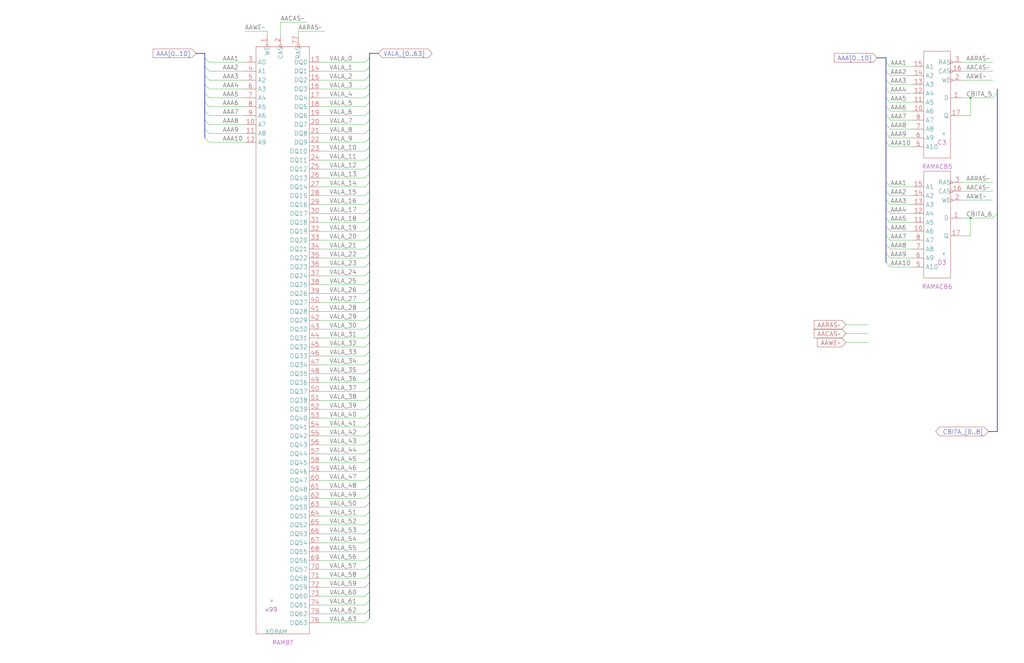
<source format=kicad_sch>
(kicad_sch (version 20220404) (generator eeschema)
  (paper "User" 584.2 378.46)
  (title_block (title "PLANEA DYNAMIC RAMS\\nVAL BITS 0 - 31\\nCHECK BITS 5 - 6") (date "08-MAR-90") (rev "0.0") (comment 1 "MEM32 BOARD") (comment 2 "232-003066") (comment 3 "S400") (comment 4 "RELEASED"))
  (lib_symbols
    (symbol "r1000:1MEG" (pin_names (offset 1.016))
      (property "Reference" "U" (at 2.54 5.08 0))
      (property "Value" "1MEG" (at -6.35 -7.62 0))
      (property "Location" "___" (at -1.27 0 0))
      (property "Name" "______" (at -1.27 -15.24 0))
      (symbol "1MEG_1_1"
        (rectangle (start -8.89 52.07) (end 6.35 -8.89))
        (circle (center 6.985 35.56) (radius 0.635))
        (circle (center 6.985 40.64) (radius 0.635))
        (circle (center 6.985 45.72) (radius 0.635))
        (pin input line (at 12.7 25.4 180) (length 6.35) (name "D") (number "1"))
        (pin input line (at -15.24 17.78 0) (length 6.35) (name "A6") (number "10"))
        (pin input line (at -15.24 22.86 0) (length 6.35) (name "A5") (number "11"))
        (pin input line (at -15.24 27.94 0) (length 6.35) (name "A4") (number "12"))
        (pin input line (at -15.24 33.02 0) (length 6.35) (name "A3") (number "13"))
        (pin input line (at -15.24 38.1 0) (length 6.35) (name "A2") (number "14"))
        (pin input line (at -15.24 43.18 0) (length 6.35) (name "A1") (number "15"))
        (pin input line (at 12.7 40.64 180) (length 5.08) (name "CAS") (number "16"))
        (pin tri_state line (at 12.7 15.24 180) (length 6.35) (name "Q") (number "17"))
        (pin input line (at 12.7 35.56 180) (length 5.08) (name "WE") (number "2"))
        (pin input line (at 12.7 45.72 180) (length 5.08) (name "RAS") (number "3"))
        (pin input line (at -15.24 -2.54 0) (length 6.35) (name "A10") (number "5"))
        (pin input line (at -15.24 2.54 0) (length 6.35) (name "A9") (number "6"))
        (pin input line (at -15.24 7.62 0) (length 6.35) (name "A8") (number "7"))
        (pin input line (at -15.24 12.7 0) (length 6.35) (name "A7") (number "8"))
      )
    )
    (symbol "r1000:XDRAM" (pin_names (offset 1.016))
      (property "Reference" "U" (at 2.54 5.08 0))
      (property "Value" "XDRAM" (at -1.27 -12.7 0))
      (property "Location" "___" (at -1.27 0 0))
      (property "Name" "______" (at 8.89 -20.32 0))
      (symbol "XDRAM_1_1"
        (rectangle (start -6.35 321.31) (end 24.13 -13.97))
        (circle (center 0 321.945) (radius 0.635))
        (circle (center 7.62 321.945) (radius 0.635))
        (circle (center 17.78 321.945) (radius 0.635))
        (pin input line (at 0 327.66 270) (length 5.08) (name "WE") (number "1"))
        (pin input line (at -12.7 276.86 0) (length 6.35) (name "A7") (number "10"))
        (pin input line (at -12.7 271.78 0) (length 6.35) (name "A8") (number "11"))
        (pin input line (at -12.7 266.7 0) (length 6.35) (name "A9") (number "12"))
        (pin bidirectional line (at 30.48 312.42 180) (length 6.35) (name "DQ0") (number "13"))
        (pin bidirectional line (at 30.48 307.34 180) (length 6.35) (name "DQ1") (number "14"))
        (pin bidirectional line (at 30.48 302.26 180) (length 6.35) (name "DQ2") (number "15"))
        (pin bidirectional line (at 30.48 297.18 180) (length 6.35) (name "DQ3") (number "16"))
        (pin bidirectional line (at 30.48 292.1 180) (length 6.35) (name "DQ4") (number "17"))
        (pin bidirectional line (at 30.48 287.02 180) (length 6.35) (name "DQ5") (number "18"))
        (pin bidirectional line (at 30.48 281.94 180) (length 6.35) (name "DQ6") (number "19"))
        (pin input line (at 7.62 327.66 270) (length 5.08) (name "CAS") (number "2"))
        (pin bidirectional line (at 30.48 276.86 180) (length 6.35) (name "DQ7") (number "20"))
        (pin bidirectional line (at 30.48 271.78 180) (length 6.35) (name "DQ8") (number "21"))
        (pin bidirectional line (at 30.48 266.7 180) (length 6.35) (name "DQ9") (number "22"))
        (pin bidirectional line (at 30.48 261.62 180) (length 6.35) (name "DQ10") (number "23"))
        (pin bidirectional line (at 30.48 256.54 180) (length 6.35) (name "DQ11") (number "24"))
        (pin bidirectional line (at 30.48 251.46 180) (length 6.35) (name "DQ12") (number "25"))
        (pin bidirectional line (at 30.48 246.38 180) (length 6.35) (name "DQ13") (number "26"))
        (pin bidirectional line (at 30.48 241.3 180) (length 6.35) (name "DQ14") (number "27"))
        (pin bidirectional line (at 30.48 236.22 180) (length 6.35) (name "DQ15") (number "28"))
        (pin bidirectional line (at 30.48 231.14 180) (length 6.35) (name "DQ16") (number "29"))
        (pin input line (at -12.7 312.42 0) (length 6.35) (name "A0") (number "3"))
        (pin bidirectional line (at 30.48 226.06 180) (length 6.35) (name "DQ17") (number "30"))
        (pin bidirectional line (at 30.48 220.98 180) (length 6.35) (name "DQ18") (number "31"))
        (pin bidirectional line (at 30.48 215.9 180) (length 6.35) (name "DQ19") (number "32"))
        (pin bidirectional line (at 30.48 210.82 180) (length 6.35) (name "DQ20") (number "33"))
        (pin bidirectional line (at 30.48 205.74 180) (length 6.35) (name "DQ21") (number "34"))
        (pin bidirectional line (at 30.48 200.66 180) (length 6.35) (name "DQ22") (number "35"))
        (pin bidirectional line (at 30.48 195.58 180) (length 6.35) (name "DQ23") (number "36"))
        (pin bidirectional line (at 30.48 190.5 180) (length 6.35) (name "DQ24") (number "37"))
        (pin bidirectional line (at 30.48 185.42 180) (length 6.35) (name "DQ25") (number "38"))
        (pin bidirectional line (at 30.48 180.34 180) (length 6.35) (name "DQ26") (number "39"))
        (pin input line (at -12.7 307.34 0) (length 6.35) (name "A1") (number "4"))
        (pin bidirectional line (at 30.48 175.26 180) (length 6.35) (name "DQ27") (number "40"))
        (pin bidirectional line (at 30.48 170.18 180) (length 6.35) (name "DQ28") (number "41"))
        (pin bidirectional line (at 30.48 165.1 180) (length 6.35) (name "DQ29") (number "42"))
        (pin bidirectional line (at 30.48 160.02 180) (length 6.35) (name "DQ30") (number "43"))
        (pin bidirectional line (at 30.48 154.94 180) (length 6.35) (name "DQ31") (number "44"))
        (pin bidirectional line (at 30.48 149.86 180) (length 6.35) (name "DQ32") (number "45"))
        (pin bidirectional line (at 30.48 144.78 180) (length 6.35) (name "DQ33") (number "46"))
        (pin bidirectional line (at 30.48 139.7 180) (length 6.35) (name "DQ34") (number "47"))
        (pin bidirectional line (at 30.48 134.62 180) (length 6.35) (name "DQ35") (number "48"))
        (pin bidirectional line (at 30.48 129.54 180) (length 6.35) (name "DQ36") (number "49"))
        (pin input line (at -12.7 302.26 0) (length 6.35) (name "A2") (number "5"))
        (pin bidirectional line (at 30.48 124.46 180) (length 6.35) (name "DQ37") (number "50"))
        (pin bidirectional line (at 30.48 119.38 180) (length 6.35) (name "DQ38") (number "51"))
        (pin bidirectional line (at 30.48 114.3 180) (length 6.35) (name "DQ39") (number "52"))
        (pin bidirectional line (at 30.48 109.22 180) (length 6.35) (name "DQ40") (number "53"))
        (pin bidirectional line (at 30.48 104.14 180) (length 6.35) (name "DQ41") (number "54"))
        (pin bidirectional line (at 30.48 99.06 180) (length 6.35) (name "DQ42") (number "55"))
        (pin bidirectional line (at 30.48 93.98 180) (length 6.35) (name "DQ43") (number "56"))
        (pin bidirectional line (at 30.48 88.9 180) (length 6.35) (name "DQ44") (number "57"))
        (pin bidirectional line (at 30.48 83.82 180) (length 6.35) (name "DQ45") (number "58"))
        (pin bidirectional line (at 30.48 78.74 180) (length 6.35) (name "DQ46") (number "59"))
        (pin input line (at -12.7 297.18 0) (length 6.35) (name "A3") (number "6"))
        (pin bidirectional line (at 30.48 73.66 180) (length 6.35) (name "DQ47") (number "60"))
        (pin bidirectional line (at 30.48 68.58 180) (length 6.35) (name "DQ48") (number "61"))
        (pin bidirectional line (at 30.48 63.5 180) (length 6.35) (name "DQ49") (number "62"))
        (pin bidirectional line (at 30.48 58.42 180) (length 6.35) (name "DQ50") (number "63"))
        (pin bidirectional line (at 30.48 53.34 180) (length 6.35) (name "DQ51") (number "64"))
        (pin bidirectional line (at 30.48 48.26 180) (length 6.35) (name "DQ52") (number "65"))
        (pin bidirectional line (at 30.48 43.18 180) (length 6.35) (name "DQ53") (number "66"))
        (pin bidirectional line (at 30.48 38.1 180) (length 6.35) (name "DQ54") (number "67"))
        (pin bidirectional line (at 30.48 33.02 180) (length 6.35) (name "DQ55") (number "68"))
        (pin bidirectional line (at 30.48 27.94 180) (length 6.35) (name "DQ56") (number "69"))
        (pin input line (at -12.7 292.1 0) (length 6.35) (name "A4") (number "7"))
        (pin bidirectional line (at 30.48 22.86 180) (length 6.35) (name "DQ57") (number "70"))
        (pin bidirectional line (at 30.48 17.78 180) (length 6.35) (name "DQ58") (number "71"))
        (pin bidirectional line (at 30.48 12.7 180) (length 6.35) (name "DQ59") (number "72"))
        (pin bidirectional line (at 30.48 7.62 180) (length 6.35) (name "DQ60") (number "73"))
        (pin bidirectional line (at 30.48 2.54 180) (length 6.35) (name "DQ61") (number "74"))
        (pin bidirectional line (at 30.48 -2.54 180) (length 6.35) (name "DQ62") (number "75"))
        (pin bidirectional line (at 30.48 -7.62 180) (length 6.35) (name "DQ63") (number "76"))
        (pin input line (at 17.78 327.66 270) (length 5.08) (name "RAS") (number "77"))
        (pin input line (at -12.7 287.02 0) (length 6.35) (name "A5") (number "8"))
        (pin input line (at -12.7 281.94 0) (length 6.35) (name "A6") (number "9"))
      )
    )
  )
  (junction (at 553.72 55.88))
  (junction (at 553.72 124.46))
  (bus_entry (at 505.46 144.78) (size 2.54 2.54))
  (bus_entry (at 568.96 121.92) (size -2.54 2.54))
  (bus_entry (at 210.82 73.66) (size -2.54 2.54))
  (bus_entry (at 210.82 276.86) (size -2.54 2.54))
  (bus_entry (at 505.46 66.04) (size 2.54 2.54))
  (bus_entry (at 210.82 185.42) (size -2.54 2.54))
  (bus_entry (at 210.82 332.74) (size -2.54 2.54))
  (bus_entry (at 210.82 139.7) (size -2.54 2.54))
  (bus_entry (at 210.82 99.06) (size -2.54 2.54))
  (bus_entry (at 210.82 322.58) (size -2.54 2.54))
  (bus_entry (at 116.84 68.58) (size 2.54 2.54))
  (bus_entry (at 210.82 246.38) (size -2.54 2.54))
  (bus_entry (at 116.84 43.18) (size 2.54 2.54))
  (bus_entry (at 505.46 60.96) (size 2.54 2.54))
  (bus_entry (at 210.82 317.5) (size -2.54 2.54))
  (bus_entry (at 210.82 43.18) (size -2.54 2.54))
  (bus_entry (at 210.82 180.34) (size -2.54 2.54))
  (bus_entry (at 210.82 144.78) (size -2.54 2.54))
  (bus_entry (at 210.82 287.02) (size -2.54 2.54))
  (bus_entry (at 210.82 63.5) (size -2.54 2.54))
  (bus_entry (at 210.82 33.02) (size -2.54 2.54))
  (bus_entry (at 210.82 312.42) (size -2.54 2.54))
  (bus_entry (at 210.82 175.26) (size -2.54 2.54))
  (bus_entry (at 210.82 119.38) (size -2.54 2.54))
  (bus_entry (at 210.82 53.34) (size -2.54 2.54))
  (bus_entry (at 505.46 104.14) (size 2.54 2.54))
  (bus_entry (at 505.46 35.56) (size 2.54 2.54))
  (bus_entry (at 505.46 119.38) (size 2.54 2.54))
  (bus_entry (at 505.46 55.88) (size 2.54 2.54))
  (bus_entry (at 116.84 63.5) (size 2.54 2.54))
  (bus_entry (at 210.82 347.98) (size -2.54 2.54))
  (bus_entry (at 210.82 93.98) (size -2.54 2.54))
  (bus_entry (at 210.82 210.82) (size -2.54 2.54))
  (bus_entry (at 210.82 195.58) (size -2.54 2.54))
  (bus_entry (at 505.46 109.22) (size 2.54 2.54))
  (bus_entry (at 505.46 134.62) (size 2.54 2.54))
  (bus_entry (at 210.82 129.54) (size -2.54 2.54))
  (bus_entry (at 210.82 165.1) (size -2.54 2.54))
  (bus_entry (at 116.84 73.66) (size 2.54 2.54))
  (bus_entry (at 505.46 40.64) (size 2.54 2.54))
  (bus_entry (at 210.82 281.94) (size -2.54 2.54))
  (bus_entry (at 116.84 38.1) (size 2.54 2.54))
  (bus_entry (at 210.82 170.18) (size -2.54 2.54))
  (bus_entry (at 210.82 48.26) (size -2.54 2.54))
  (bus_entry (at 210.82 114.3) (size -2.54 2.54))
  (bus_entry (at 116.84 53.34) (size 2.54 2.54))
  (bus_entry (at 505.46 149.86) (size 2.54 2.54))
  (bus_entry (at 210.82 134.62) (size -2.54 2.54))
  (bus_entry (at 505.46 45.72) (size 2.54 2.54))
  (bus_entry (at 505.46 124.46) (size 2.54 2.54))
  (bus_entry (at 505.46 114.3) (size 2.54 2.54))
  (bus_entry (at 116.84 58.42) (size 2.54 2.54))
  (bus_entry (at 210.82 226.06) (size -2.54 2.54))
  (bus_entry (at 210.82 327.66) (size -2.54 2.54))
  (bus_entry (at 210.82 292.1) (size -2.54 2.54))
  (bus_entry (at 210.82 271.78) (size -2.54 2.54))
  (bus_entry (at 210.82 231.14) (size -2.54 2.54))
  (bus_entry (at 505.46 76.2) (size 2.54 2.54))
  (bus_entry (at 210.82 215.9) (size -2.54 2.54))
  (bus_entry (at 210.82 58.42) (size -2.54 2.54))
  (bus_entry (at 116.84 33.02) (size 2.54 2.54))
  (bus_entry (at 210.82 307.34) (size -2.54 2.54))
  (bus_entry (at 210.82 83.82) (size -2.54 2.54))
  (bus_entry (at 505.46 139.7) (size 2.54 2.54))
  (bus_entry (at 210.82 78.74) (size -2.54 2.54))
  (bus_entry (at 210.82 160.02) (size -2.54 2.54))
  (bus_entry (at 210.82 251.46) (size -2.54 2.54))
  (bus_entry (at 210.82 68.58) (size -2.54 2.54))
  (bus_entry (at 505.46 129.54) (size 2.54 2.54))
  (bus_entry (at 210.82 342.9) (size -2.54 2.54))
  (bus_entry (at 210.82 149.86) (size -2.54 2.54))
  (bus_entry (at 505.46 81.28) (size 2.54 2.54))
  (bus_entry (at 210.82 154.94) (size -2.54 2.54))
  (bus_entry (at 210.82 261.62) (size -2.54 2.54))
  (bus_entry (at 210.82 353.06) (size -2.54 2.54))
  (bus_entry (at 210.82 256.54) (size -2.54 2.54))
  (bus_entry (at 210.82 302.26) (size -2.54 2.54))
  (bus_entry (at 210.82 236.22) (size -2.54 2.54))
  (bus_entry (at 210.82 104.14) (size -2.54 2.54))
  (bus_entry (at 210.82 266.7) (size -2.54 2.54))
  (bus_entry (at 210.82 200.66) (size -2.54 2.54))
  (bus_entry (at 568.96 53.34) (size -2.54 2.54))
  (bus_entry (at 210.82 220.98) (size -2.54 2.54))
  (bus_entry (at 210.82 241.3) (size -2.54 2.54))
  (bus_entry (at 116.84 48.26) (size 2.54 2.54))
  (bus_entry (at 210.82 88.9) (size -2.54 2.54))
  (bus_entry (at 210.82 38.1) (size -2.54 2.54))
  (bus_entry (at 116.84 78.74) (size 2.54 2.54))
  (bus_entry (at 210.82 337.82) (size -2.54 2.54))
  (bus_entry (at 505.46 50.8) (size 2.54 2.54))
  (bus_entry (at 210.82 297.18) (size -2.54 2.54))
  (bus_entry (at 210.82 205.74) (size -2.54 2.54))
  (bus_entry (at 505.46 71.12) (size 2.54 2.54))
  (bus_entry (at 210.82 109.22) (size -2.54 2.54))
  (bus_entry (at 210.82 124.46) (size -2.54 2.54))
  (bus_entry (at 210.82 190.5) (size -2.54 2.54))
  (bus (pts (xy 116.84 68.58) (xy 116.84 73.66)))
  (wire (pts (xy 508 68.58) (xy 520.7 68.58)))
  (wire (pts (xy 182.88 177.8) (xy 208.28 177.8)))
  (wire (pts (xy 119.38 40.64) (xy 139.7 40.64)))
  (bus (pts (xy 116.84 53.34) (xy 116.84 58.42)))
  (wire (pts (xy 182.88 55.88) (xy 208.28 55.88)))
  (wire (pts (xy 175.26 12.7) (xy 160.02 12.7)))
  (wire (pts (xy 182.88 147.32) (xy 208.28 147.32)))
  (wire (pts (xy 182.88 101.6) (xy 208.28 101.6)))
  (wire (pts (xy 508 142.24) (xy 520.7 142.24)))
  (wire (pts (xy 182.88 60.96) (xy 208.28 60.96)))
  (wire (pts (xy 548.64 124.46) (xy 553.72 124.46)))
  (wire (pts (xy 182.88 182.88) (xy 208.28 182.88)))
  (bus (pts (xy 210.82 83.82) (xy 210.82 88.9)))
  (bus (pts (xy 505.46 33.02) (xy 505.46 35.56)))
  (bus (pts (xy 210.82 226.06) (xy 210.82 231.14)))
  (bus (pts (xy 116.84 38.1) (xy 116.84 43.18)))
  (bus (pts (xy 210.82 342.9) (xy 210.82 347.98)))
  (bus (pts (xy 210.82 287.02) (xy 210.82 292.1)))
  (wire (pts (xy 170.18 17.78) (xy 170.18 20.32)))
  (bus (pts (xy 505.46 55.88) (xy 505.46 60.96)))
  (wire (pts (xy 508 83.82) (xy 520.7 83.82)))
  (bus (pts (xy 210.82 139.7) (xy 210.82 144.78)))
  (wire (pts (xy 182.88 96.52) (xy 208.28 96.52)))
  (bus (pts (xy 563.88 246.38) (xy 568.96 246.38)))
  (wire (pts (xy 182.88 167.64) (xy 208.28 167.64)))
  (wire (pts (xy 119.38 45.72) (xy 139.7 45.72)))
  (bus (pts (xy 210.82 134.62) (xy 210.82 139.7)))
  (wire (pts (xy 182.88 314.96) (xy 208.28 314.96)))
  (bus (pts (xy 116.84 48.26) (xy 116.84 53.34)))
  (wire (pts (xy 152.4 17.78) (xy 152.4 20.32)))
  (bus (pts (xy 505.46 109.22) (xy 505.46 114.3)))
  (wire (pts (xy 182.88 218.44) (xy 208.28 218.44)))
  (bus (pts (xy 210.82 43.18) (xy 210.82 48.26)))
  (bus (pts (xy 210.82 63.5) (xy 210.82 68.58)))
  (bus (pts (xy 116.84 30.48) (xy 116.84 33.02)))
  (bus (pts (xy 210.82 231.14) (xy 210.82 236.22)))
  (wire (pts (xy 182.88 127) (xy 208.28 127)))
  (bus (pts (xy 505.46 40.64) (xy 505.46 45.72)))
  (bus (pts (xy 568.96 53.34) (xy 568.96 121.92)))
  (bus (pts (xy 505.46 50.8) (xy 505.46 55.88)))
  (wire (pts (xy 508 111.76) (xy 520.7 111.76)))
  (wire (pts (xy 508 63.5) (xy 520.7 63.5)))
  (wire (pts (xy 182.88 76.2) (xy 208.28 76.2)))
  (bus (pts (xy 210.82 114.3) (xy 210.82 119.38)))
  (wire (pts (xy 553.72 55.88) (xy 566.42 55.88)))
  (wire (pts (xy 185.42 17.78) (xy 170.18 17.78)))
  (wire (pts (xy 182.88 203.2) (xy 208.28 203.2)))
  (bus (pts (xy 210.82 347.98) (xy 210.82 353.06)))
  (bus (pts (xy 505.46 139.7) (xy 505.46 144.78)))
  (bus (pts (xy 210.82 33.02) (xy 210.82 38.1)))
  (wire (pts (xy 548.64 134.62) (xy 553.72 134.62)))
  (bus (pts (xy 210.82 236.22) (xy 210.82 241.3)))
  (wire (pts (xy 548.64 109.22) (xy 566.42 109.22)))
  (wire (pts (xy 160.02 12.7) (xy 160.02 20.32)))
  (wire (pts (xy 182.88 243.84) (xy 208.28 243.84)))
  (wire (pts (xy 182.88 325.12) (xy 208.28 325.12)))
  (bus (pts (xy 210.82 210.82) (xy 210.82 215.9)))
  (wire (pts (xy 119.38 55.88) (xy 139.7 55.88)))
  (wire (pts (xy 182.88 299.72) (xy 208.28 299.72)))
  (wire (pts (xy 182.88 320.04) (xy 208.28 320.04)))
  (bus (pts (xy 210.82 337.82) (xy 210.82 342.9)))
  (bus (pts (xy 210.82 307.34) (xy 210.82 312.42)))
  (bus (pts (xy 210.82 124.46) (xy 210.82 129.54)))
  (wire (pts (xy 182.88 198.12) (xy 208.28 198.12)))
  (wire (pts (xy 182.88 335.28) (xy 208.28 335.28)))
  (bus (pts (xy 210.82 190.5) (xy 210.82 195.58)))
  (bus (pts (xy 210.82 78.74) (xy 210.82 83.82)))
  (bus (pts (xy 210.82 180.34) (xy 210.82 185.42)))
  (wire (pts (xy 482.6 195.58) (xy 495.3 195.58)))
  (wire (pts (xy 508 53.34) (xy 520.7 53.34)))
  (wire (pts (xy 182.88 157.48) (xy 208.28 157.48)))
  (wire (pts (xy 182.88 213.36) (xy 208.28 213.36)))
  (bus (pts (xy 210.82 297.18) (xy 210.82 302.26)))
  (wire (pts (xy 182.88 66.04) (xy 208.28 66.04)))
  (wire (pts (xy 139.7 17.78) (xy 152.4 17.78)))
  (bus (pts (xy 210.82 48.26) (xy 210.82 53.34)))
  (wire (pts (xy 508 106.68) (xy 520.7 106.68)))
  (wire (pts (xy 182.88 233.68) (xy 208.28 233.68)))
  (wire (pts (xy 182.88 132.08) (xy 208.28 132.08)))
  (wire (pts (xy 553.72 66.04) (xy 553.72 55.88)))
  (bus (pts (xy 505.46 76.2) (xy 505.46 81.28)))
  (wire (pts (xy 182.88 304.8) (xy 208.28 304.8)))
  (wire (pts (xy 182.88 238.76) (xy 208.28 238.76)))
  (bus (pts (xy 505.46 104.14) (xy 505.46 109.22)))
  (bus (pts (xy 568.96 50.8) (xy 568.96 53.34)))
  (wire (pts (xy 182.88 228.6) (xy 208.28 228.6)))
  (bus (pts (xy 210.82 302.26) (xy 210.82 307.34)))
  (wire (pts (xy 548.64 45.72) (xy 566.42 45.72)))
  (bus (pts (xy 568.96 121.92) (xy 568.96 246.38)))
  (wire (pts (xy 508 127) (xy 520.7 127)))
  (wire (pts (xy 182.88 45.72) (xy 208.28 45.72)))
  (wire (pts (xy 182.88 121.92) (xy 208.28 121.92)))
  (bus (pts (xy 210.82 129.54) (xy 210.82 134.62)))
  (wire (pts (xy 182.88 248.92) (xy 208.28 248.92)))
  (bus (pts (xy 505.46 129.54) (xy 505.46 134.62)))
  (wire (pts (xy 508 48.26) (xy 520.7 48.26)))
  (bus (pts (xy 116.84 43.18) (xy 116.84 48.26)))
  (wire (pts (xy 548.64 55.88) (xy 553.72 55.88)))
  (wire (pts (xy 182.88 208.28) (xy 208.28 208.28)))
  (wire (pts (xy 119.38 81.28) (xy 139.7 81.28)))
  (wire (pts (xy 508 73.66) (xy 520.7 73.66)))
  (wire (pts (xy 508 121.92) (xy 520.7 121.92)))
  (bus (pts (xy 210.82 266.7) (xy 210.82 271.78)))
  (bus (pts (xy 505.46 134.62) (xy 505.46 139.7)))
  (bus (pts (xy 116.84 63.5) (xy 116.84 68.58)))
  (bus (pts (xy 210.82 38.1) (xy 210.82 43.18)))
  (wire (pts (xy 508 38.1) (xy 520.7 38.1)))
  (wire (pts (xy 182.88 35.56) (xy 208.28 35.56)))
  (bus (pts (xy 210.82 154.94) (xy 210.82 160.02)))
  (wire (pts (xy 548.64 114.3) (xy 566.42 114.3)))
  (bus (pts (xy 210.82 185.42) (xy 210.82 190.5)))
  (wire (pts (xy 182.88 162.56) (xy 208.28 162.56)))
  (bus (pts (xy 210.82 332.74) (xy 210.82 337.82)))
  (bus (pts (xy 210.82 220.98) (xy 210.82 226.06)))
  (bus (pts (xy 210.82 200.66) (xy 210.82 205.74)))
  (bus (pts (xy 210.82 276.86) (xy 210.82 281.94)))
  (wire (pts (xy 508 137.16) (xy 520.7 137.16)))
  (bus (pts (xy 116.84 33.02) (xy 116.84 38.1)))
  (wire (pts (xy 182.88 142.24) (xy 208.28 142.24)))
  (bus (pts (xy 210.82 292.1) (xy 210.82 297.18)))
  (wire (pts (xy 182.88 284.48) (xy 208.28 284.48)))
  (wire (pts (xy 182.88 137.16) (xy 208.28 137.16)))
  (bus (pts (xy 116.84 58.42) (xy 116.84 63.5)))
  (wire (pts (xy 182.88 223.52) (xy 208.28 223.52)))
  (bus (pts (xy 210.82 109.22) (xy 210.82 114.3)))
  (wire (pts (xy 182.88 111.76) (xy 208.28 111.76)))
  (wire (pts (xy 182.88 106.68) (xy 208.28 106.68)))
  (bus (pts (xy 210.82 205.74) (xy 210.82 210.82)))
  (wire (pts (xy 182.88 254) (xy 208.28 254)))
  (wire (pts (xy 119.38 50.8) (xy 139.7 50.8)))
  (wire (pts (xy 182.88 330.2) (xy 208.28 330.2)))
  (bus (pts (xy 210.82 93.98) (xy 210.82 99.06)))
  (wire (pts (xy 182.88 340.36) (xy 208.28 340.36)))
  (bus (pts (xy 210.82 104.14) (xy 210.82 109.22)))
  (bus (pts (xy 210.82 271.78) (xy 210.82 276.86)))
  (bus (pts (xy 210.82 144.78) (xy 210.82 149.86)))
  (bus (pts (xy 210.82 68.58) (xy 210.82 73.66)))
  (wire (pts (xy 508 43.18) (xy 520.7 43.18)))
  (wire (pts (xy 508 78.74) (xy 520.7 78.74)))
  (bus (pts (xy 505.46 35.56) (xy 505.46 40.64)))
  (wire (pts (xy 182.88 50.8) (xy 208.28 50.8)))
  (wire (pts (xy 482.6 190.5) (xy 495.3 190.5)))
  (wire (pts (xy 182.88 152.4) (xy 208.28 152.4)))
  (bus (pts (xy 210.82 241.3) (xy 210.82 246.38)))
  (bus (pts (xy 215.9 30.48) (xy 210.82 30.48)))
  (wire (pts (xy 508 152.4) (xy 520.7 152.4)))
  (wire (pts (xy 182.88 91.44) (xy 208.28 91.44)))
  (bus (pts (xy 116.84 73.66) (xy 116.84 78.74)))
  (wire (pts (xy 182.88 259.08) (xy 208.28 259.08)))
  (bus (pts (xy 210.82 281.94) (xy 210.82 287.02)))
  (wire (pts (xy 553.72 134.62) (xy 553.72 124.46)))
  (bus (pts (xy 505.46 60.96) (xy 505.46 66.04)))
  (wire (pts (xy 182.88 309.88) (xy 208.28 309.88)))
  (wire (pts (xy 182.88 279.4) (xy 208.28 279.4)))
  (bus (pts (xy 210.82 246.38) (xy 210.82 251.46)))
  (bus (pts (xy 210.82 73.66) (xy 210.82 78.74)))
  (wire (pts (xy 548.64 35.56) (xy 566.42 35.56)))
  (wire (pts (xy 548.64 40.64) (xy 566.42 40.64)))
  (wire (pts (xy 508 58.42) (xy 520.7 58.42)))
  (bus (pts (xy 210.82 195.58) (xy 210.82 200.66)))
  (bus (pts (xy 505.46 45.72) (xy 505.46 50.8)))
  (bus (pts (xy 210.82 251.46) (xy 210.82 256.54)))
  (bus (pts (xy 210.82 30.48) (xy 210.82 33.02)))
  (bus (pts (xy 210.82 322.58) (xy 210.82 327.66)))
  (bus (pts (xy 210.82 317.5) (xy 210.82 322.58)))
  (wire (pts (xy 182.88 71.12) (xy 208.28 71.12)))
  (bus (pts (xy 210.82 256.54) (xy 210.82 261.62)))
  (bus (pts (xy 210.82 215.9) (xy 210.82 220.98)))
  (bus (pts (xy 210.82 312.42) (xy 210.82 317.5)))
  (wire (pts (xy 182.88 116.84) (xy 208.28 116.84)))
  (bus (pts (xy 210.82 58.42) (xy 210.82 63.5)))
  (wire (pts (xy 553.72 124.46) (xy 566.42 124.46)))
  (wire (pts (xy 182.88 269.24) (xy 208.28 269.24)))
  (wire (pts (xy 182.88 294.64) (xy 208.28 294.64)))
  (bus (pts (xy 210.82 175.26) (xy 210.82 180.34)))
  (bus (pts (xy 505.46 66.04) (xy 505.46 71.12)))
  (bus (pts (xy 210.82 53.34) (xy 210.82 58.42)))
  (bus (pts (xy 500.38 33.02) (xy 505.46 33.02)))
  (bus (pts (xy 210.82 99.06) (xy 210.82 104.14)))
  (wire (pts (xy 508 116.84) (xy 520.7 116.84)))
  (wire (pts (xy 548.64 104.14) (xy 566.42 104.14)))
  (bus (pts (xy 210.82 327.66) (xy 210.82 332.74)))
  (bus (pts (xy 210.82 165.1) (xy 210.82 170.18)))
  (wire (pts (xy 182.88 86.36) (xy 208.28 86.36)))
  (wire (pts (xy 182.88 274.32) (xy 208.28 274.32)))
  (bus (pts (xy 505.46 81.28) (xy 505.46 104.14)))
  (wire (pts (xy 119.38 76.2) (xy 139.7 76.2)))
  (bus (pts (xy 210.82 170.18) (xy 210.82 175.26)))
  (bus (pts (xy 505.46 144.78) (xy 505.46 149.86)))
  (wire (pts (xy 119.38 60.96) (xy 139.7 60.96)))
  (wire (pts (xy 508 147.32) (xy 520.7 147.32)))
  (wire (pts (xy 182.88 289.56) (xy 208.28 289.56)))
  (wire (pts (xy 508 132.08) (xy 520.7 132.08)))
  (wire (pts (xy 182.88 350.52) (xy 208.28 350.52)))
  (wire (pts (xy 182.88 81.28) (xy 208.28 81.28)))
  (bus (pts (xy 210.82 88.9) (xy 210.82 93.98)))
  (bus (pts (xy 505.46 114.3) (xy 505.46 119.38)))
  (bus (pts (xy 210.82 149.86) (xy 210.82 154.94)))
  (wire (pts (xy 182.88 193.04) (xy 208.28 193.04)))
  (bus (pts (xy 505.46 124.46) (xy 505.46 129.54)))
  (wire (pts (xy 182.88 172.72) (xy 208.28 172.72)))
  (wire (pts (xy 119.38 66.04) (xy 139.7 66.04)))
  (bus (pts (xy 505.46 71.12) (xy 505.46 76.2)))
  (bus (pts (xy 210.82 119.38) (xy 210.82 124.46)))
  (wire (pts (xy 482.6 185.42) (xy 495.3 185.42)))
  (wire (pts (xy 119.38 35.56) (xy 139.7 35.56)))
  (wire (pts (xy 182.88 345.44) (xy 208.28 345.44)))
  (bus (pts (xy 210.82 160.02) (xy 210.82 165.1)))
  (wire (pts (xy 182.88 355.6) (xy 208.28 355.6)))
  (wire (pts (xy 119.38 71.12) (xy 139.7 71.12)))
  (wire (pts (xy 182.88 187.96) (xy 208.28 187.96)))
  (bus (pts (xy 210.82 261.62) (xy 210.82 266.7)))
  (bus (pts (xy 111.76 30.48) (xy 116.84 30.48)))
  (bus (pts (xy 505.46 119.38) (xy 505.46 124.46)))
  (wire (pts (xy 182.88 40.64) (xy 208.28 40.64)))
  (wire (pts (xy 182.88 264.16) (xy 208.28 264.16)))
  (wire (pts (xy 548.64 66.04) (xy 553.72 66.04)))
  (label "AAA4" (at 127 50.8 0) (effects (font (size 2.54 2.54))))
  (label "VALA_10" (at 187.96 86.36 0) (effects (font (size 2.54 2.54))))
  (label "VALA_37" (at 187.96 223.52 0) (effects (font (size 2.54 2.54))))
  (label "VALA_11" (at 187.96 91.44 0) (effects (font (size 2.54 2.54))))
  (label "VALA_22" (at 187.96 147.32 0) (effects (font (size 2.54 2.54))))
  (label "VALA_19" (at 187.96 132.08 0) (effects (font (size 2.54 2.54))))
  (label "VALA_32" (at 187.96 198.12 0) (effects (font (size 2.54 2.54))))
  (label "AAA2" (at 508 43.18 0) (effects (font (size 2.54 2.54))))
  (label "AAA1" (at 508 106.68 0) (effects (font (size 2.54 2.54))))
  (label "VALA_45" (at 187.96 264.16 0) (effects (font (size 2.54 2.54))))
  (label "VALA_53" (at 187.96 304.8 0) (effects (font (size 2.54 2.54))))
  (label "VALA_25" (at 187.96 162.56 0) (effects (font (size 2.54 2.54))))
  (label "VALA_17" (at 187.96 121.92 0) (effects (font (size 2.54 2.54))))
  (label "AAA4" (at 508 53.34 0) (effects (font (size 2.54 2.54))))
  (label "VALA_16" (at 187.96 116.84 0) (effects (font (size 2.54 2.54))))
  (label "AAA4" (at 508 121.92 0) (effects (font (size 2.54 2.54))))
  (label "AAA9" (at 508 147.32 0) (effects (font (size 2.54 2.54))))
  (label "AAA2" (at 508 111.76 0) (effects (font (size 2.54 2.54))))
  (label "AAA6" (at 508 63.5 0) (effects (font (size 2.54 2.54))))
  (label "VALA_47" (at 187.96 274.32 0) (effects (font (size 2.54 2.54))))
  (label "VALA_57" (at 187.96 325.12 0) (effects (font (size 2.54 2.54))))
  (label "VALA_41" (at 187.96 243.84 0) (effects (font (size 2.54 2.54))))
  (label "VALA_27" (at 187.96 172.72 0) (effects (font (size 2.54 2.54))))
  (label "VALA_31" (at 187.96 193.04 0) (effects (font (size 2.54 2.54))))
  (label "AARAS~" (at 551.18 104.14 0) (effects (font (size 2.54 2.54))))
  (label "VALA_4" (at 187.96 55.88 0) (effects (font (size 2.54 2.54))))
  (label "VALA_46" (at 187.96 269.24 0) (effects (font (size 2.54 2.54))))
  (label "VALA_34" (at 187.96 208.28 0) (effects (font (size 2.54 2.54))))
  (label "AACAS~" (at 160.02 12.7 0) (effects (font (size 2.54 2.54))))
  (label "AAA1" (at 127 35.56 0) (effects (font (size 2.54 2.54))))
  (label "AAA1" (at 508 38.1 0) (effects (font (size 2.54 2.54))))
  (label "VALA_60" (at 187.96 340.36 0) (effects (font (size 2.54 2.54))))
  (label "VALA_39" (at 187.96 233.68 0) (effects (font (size 2.54 2.54))))
  (label "AAA10" (at 508 152.4 0) (effects (font (size 2.54 2.54))))
  (label "VALA_9" (at 187.96 81.28 0) (effects (font (size 2.54 2.54))))
  (label "VALA_33" (at 187.96 203.2 0) (effects (font (size 2.54 2.54))))
  (label "VALA_21" (at 187.96 142.24 0) (effects (font (size 2.54 2.54))))
  (label "VALA_54" (at 187.96 309.88 0) (effects (font (size 2.54 2.54))))
  (label "AACAS~" (at 551.18 109.22 0) (effects (font (size 2.54 2.54))))
  (label "AAA5" (at 508 127 0) (effects (font (size 2.54 2.54))))
  (label "VALA_52" (at 187.96 299.72 0) (effects (font (size 2.54 2.54))))
  (label "VALA_59" (at 187.96 335.28 0) (effects (font (size 2.54 2.54))))
  (label "VALA_35" (at 187.96 213.36 0) (effects (font (size 2.54 2.54))))
  (label "VALA_0" (at 187.96 35.56 0) (effects (font (size 2.54 2.54))))
  (label "AARAS~" (at 551.18 35.56 0) (effects (font (size 2.54 2.54))))
  (label "AAA2" (at 127 40.64 0) (effects (font (size 2.54 2.54))))
  (label "AAA3" (at 508 116.84 0) (effects (font (size 2.54 2.54))))
  (label "VALA_43" (at 187.96 254 0) (effects (font (size 2.54 2.54))))
  (label "VALA_49" (at 187.96 284.48 0) (effects (font (size 2.54 2.54))))
  (label "VALA_51" (at 187.96 294.64 0) (effects (font (size 2.54 2.54))))
  (label "VALA_42" (at 187.96 248.92 0) (effects (font (size 2.54 2.54))))
  (label "AAA5" (at 127 55.88 0) (effects (font (size 2.54 2.54))))
  (label "AAA10" (at 127 81.28 0) (effects (font (size 2.54 2.54))))
  (label "VALA_6" (at 187.96 66.04 0) (effects (font (size 2.54 2.54))))
  (label "AAWE~" (at 551.18 45.72 0) (effects (font (size 2.54 2.54))))
  (label "AAA8" (at 127 71.12 0) (effects (font (size 2.54 2.54))))
  (label "VALA_5" (at 187.96 60.96 0) (effects (font (size 2.54 2.54))))
  (label "VALA_7" (at 187.96 71.12 0) (effects (font (size 2.54 2.54))))
  (label "VALA_20" (at 187.96 137.16 0) (effects (font (size 2.54 2.54))))
  (label "VALA_63" (at 187.96 355.6 0) (effects (font (size 2.54 2.54))))
  (label "VALA_18" (at 187.96 127 0) (effects (font (size 2.54 2.54))))
  (label "VALA_1" (at 187.96 40.64 0) (effects (font (size 2.54 2.54))))
  (label "AAA10" (at 508 83.82 0) (effects (font (size 2.54 2.54))))
  (label "VALA_8" (at 187.96 76.2 0) (effects (font (size 2.54 2.54))))
  (label "AAA7" (at 508 68.58 0) (effects (font (size 2.54 2.54))))
  (label "AACAS~" (at 551.18 40.64 0) (effects (font (size 2.54 2.54))))
  (label "VALA_24" (at 187.96 157.48 0) (effects (font (size 2.54 2.54))))
  (label "VALA_3" (at 187.96 50.8 0) (effects (font (size 2.54 2.54))))
  (label "AAWE~" (at 139.7 17.78 0) (effects (font (size 2.54 2.54))))
  (label "AAA9" (at 127 76.2 0) (effects (font (size 2.54 2.54))))
  (label "VALA_36" (at 187.96 218.44 0) (effects (font (size 2.54 2.54))))
  (label "AAWE~" (at 551.18 114.3 0) (effects (font (size 2.54 2.54))))
  (label "VALA_62" (at 187.96 350.52 0) (effects (font (size 2.54 2.54))))
  (label "AAA8" (at 508 73.66 0) (effects (font (size 2.54 2.54))))
  (label "AAA7" (at 127 66.04 0) (effects (font (size 2.54 2.54))))
  (label "CBITA_5" (at 551.18 55.88 0) (effects (font (size 2.54 2.54))))
  (label "VALA_58" (at 187.96 330.2 0) (effects (font (size 2.54 2.54))))
  (label "VALA_26" (at 187.96 167.64 0) (effects (font (size 2.54 2.54))))
  (label "VALA_44" (at 187.96 259.08 0) (effects (font (size 2.54 2.54))))
  (label "VALA_61" (at 187.96 345.44 0) (effects (font (size 2.54 2.54))))
  (label "AAA7" (at 508 137.16 0) (effects (font (size 2.54 2.54))))
  (label "VALA_30" (at 187.96 187.96 0) (effects (font (size 2.54 2.54))))
  (label "AAA3" (at 508 48.26 0) (effects (font (size 2.54 2.54))))
  (label "AAA6" (at 127 60.96 0) (effects (font (size 2.54 2.54))))
  (label "AARAS~" (at 170.18 17.78 0) (effects (font (size 2.54 2.54))))
  (label "VALA_13" (at 187.96 101.6 0) (effects (font (size 2.54 2.54))))
  (label "VALA_15" (at 187.96 111.76 0) (effects (font (size 2.54 2.54))))
  (label "VALA_29" (at 187.96 182.88 0) (effects (font (size 2.54 2.54))))
  (label "VALA_48" (at 187.96 279.4 0) (effects (font (size 2.54 2.54))))
  (label "AAA6" (at 508 132.08 0) (effects (font (size 2.54 2.54))))
  (label "AAA9" (at 508 78.74 0) (effects (font (size 2.54 2.54))))
  (label "VALA_2" (at 187.96 45.72 0) (effects (font (size 2.54 2.54))))
  (label "VALA_38" (at 187.96 228.6 0) (effects (font (size 2.54 2.54))))
  (label "VALA_23" (at 187.96 152.4 0) (effects (font (size 2.54 2.54))))
  (label "VALA_12" (at 187.96 96.52 0) (effects (font (size 2.54 2.54))))
  (label "VALA_28" (at 187.96 177.8 0) (effects (font (size 2.54 2.54))))
  (label "CBITA_6" (at 551.18 124.46 0) (effects (font (size 2.54 2.54))))
  (label "AAA3" (at 127 45.72 0) (effects (font (size 2.54 2.54))))
  (label "VALA_50" (at 187.96 289.56 0) (effects (font (size 2.54 2.54))))
  (label "VALA_56" (at 187.96 320.04 0) (effects (font (size 2.54 2.54))))
  (label "AAA8" (at 508 142.24 0) (effects (font (size 2.54 2.54))))
  (label "VALA_14" (at 187.96 106.68 0) (effects (font (size 2.54 2.54))))
  (label "VALA_55" (at 187.96 314.96 0) (effects (font (size 2.54 2.54))))
  (label "AAA5" (at 508 58.42 0) (effects (font (size 2.54 2.54))))
  (label "VALA_40" (at 187.96 238.76 0) (effects (font (size 2.54 2.54))))
  (global_label "AAA[0..10]" (shape input) (at 111.76 30.48 180) (effects (font (size 2.54 2.54))) (property "Intersheet References" "${INTERSHEET_REFS}" (at 87.3397 30.3213 0) (effects (font (size 1.905 1.905)) (justify right))))
  (global_label "CBITA_[0..8]" (shape bidirectional) (at 563.88 246.38 180) (effects (font (size 2.54 2.54))) (property "Intersheet References" "${INTERSHEET_REFS}" (at 536.073 246.2213 0) (effects (font (size 1.905 1.905)) (justify right))))
  (global_label "AACAS~" (shape input) (at 482.6 190.5 180) (effects (font (size 2.54 2.54))) (property "Intersheet References" "${INTERSHEET_REFS}" (at 464.4692 190.3413 0) (effects (font (size 1.905 1.905)) (justify right))))
  (global_label "VALA_[0..63]" (shape bidirectional) (at 215.9 30.48 0) (effects (font (size 2.54 2.54))) (property "Intersheet References" "${INTERSHEET_REFS}" (at 247.8055 30.48 0) (effects (font (size 1.905 1.905)) (justify left))))
  (global_label "AARAS~" (shape input) (at 482.6 185.42 180) (effects (font (size 2.54 2.54))) (property "Intersheet References" "${INTERSHEET_REFS}" (at 464.4692 185.2613 0) (effects (font (size 1.905 1.905)) (justify right))))
  (global_label "AAA[0..10]" (shape input) (at 500.38 33.02 180) (effects (font (size 2.54 2.54))) (property "Intersheet References" "${INTERSHEET_REFS}" (at 475.9597 32.8613 0) (effects (font (size 1.905 1.905)) (justify right))))
  (global_label "AAWE~" (shape input) (at 482.6 195.58 180) (effects (font (size 2.54 2.54))) (property "Intersheet References" "${INTERSHEET_REFS}" (at 466.4045 195.4213 0) (effects (font (size 1.905 1.905)) (justify right))))
  (symbol (lib_id "r1000:1MEG") (at 535.94 149.86 0) (unit 1)
    (default_instance (reference "U") (unit 1) (value "") (footprint ""))
    (property "Reference" "U" (at 538.48 144.78 0))
    (property "Location" "D3" (at 534.67 149.86 0) (effects (font (size 2.54 2.54)) (justify left)))
    (property "Name" "RAMACB6" (at 534.67 165.1 0) (effects (font (size 2.54 2.54)) (justify bottom)))
  )
  (symbol (lib_id "r1000:1MEG") (at 535.94 81.28 0) (unit 1)
    (default_instance (reference "U") (unit 1) (value "") (footprint ""))
    (property "Reference" "U" (at 538.48 76.2 0))
    (property "Location" "C3" (at 534.67 81.28 0) (effects (font (size 2.54 2.54)) (justify left)))
    (property "Name" "RAMACB5" (at 534.67 96.52 0) (effects (font (size 2.54 2.54)) (justify bottom)))
  )
  (symbol (lib_id "r1000:XDRAM") (at 152.4 347.98 0) (unit 1)
    (default_instance (reference "U") (unit 1) (value "XDRAM") (footprint ""))
    (property "Reference" "U" (at 154.94 342.9 0))
    (property "Value" "XDRAM" (at 151.13 360.68 0) (effects (font (size 2.54 2.54)) (justify left)))
    (property "Location" "x99" (at 151.13 347.98 0) (effects (font (size 2.54 2.54)) (justify left)))
    (property "Name" "RAMBT" (at 161.29 368.3 0) (effects (font (size 2.54 2.54)) (justify bottom)))
  )
)
</source>
